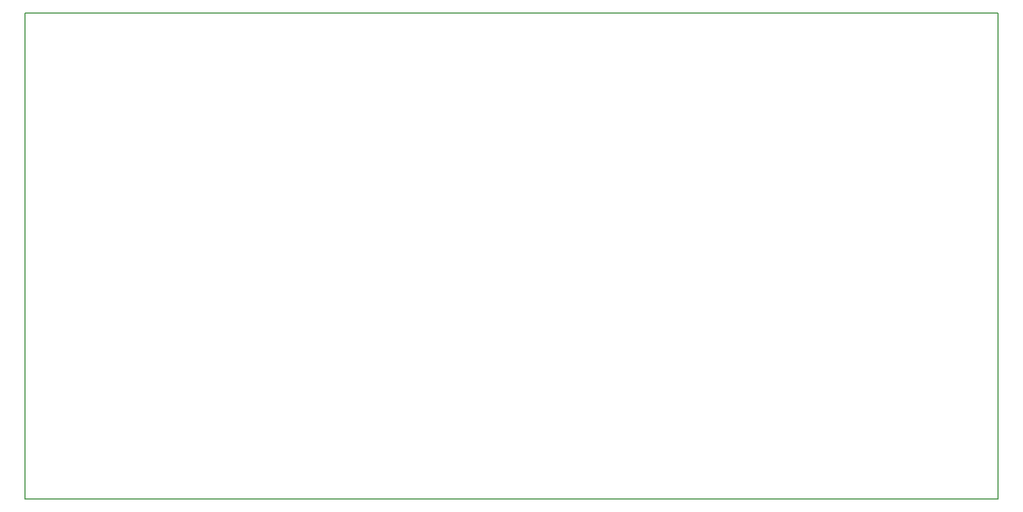
<source format=gbr>
%TF.GenerationSoftware,KiCad,Pcbnew,(6.0.10)*%
%TF.CreationDate,2023-06-11T20:59:40+03:00*%
%TF.ProjectId,flyback,666c7962-6163-46b2-9e6b-696361645f70,rev?*%
%TF.SameCoordinates,Original*%
%TF.FileFunction,Profile,NP*%
%FSLAX46Y46*%
G04 Gerber Fmt 4.6, Leading zero omitted, Abs format (unit mm)*
G04 Created by KiCad (PCBNEW (6.0.10)) date 2023-06-11 20:59:40*
%MOMM*%
%LPD*%
G01*
G04 APERTURE LIST*
%TA.AperFunction,Profile*%
%ADD10C,0.200000*%
%TD*%
G04 APERTURE END LIST*
D10*
X243840000Y-129286000D02*
X92176600Y-129286000D01*
X92176600Y-129286000D02*
X92176600Y-53467000D01*
X92176600Y-53467000D02*
X243840000Y-53467000D01*
X243840000Y-53467000D02*
X243840000Y-129286000D01*
M02*

</source>
